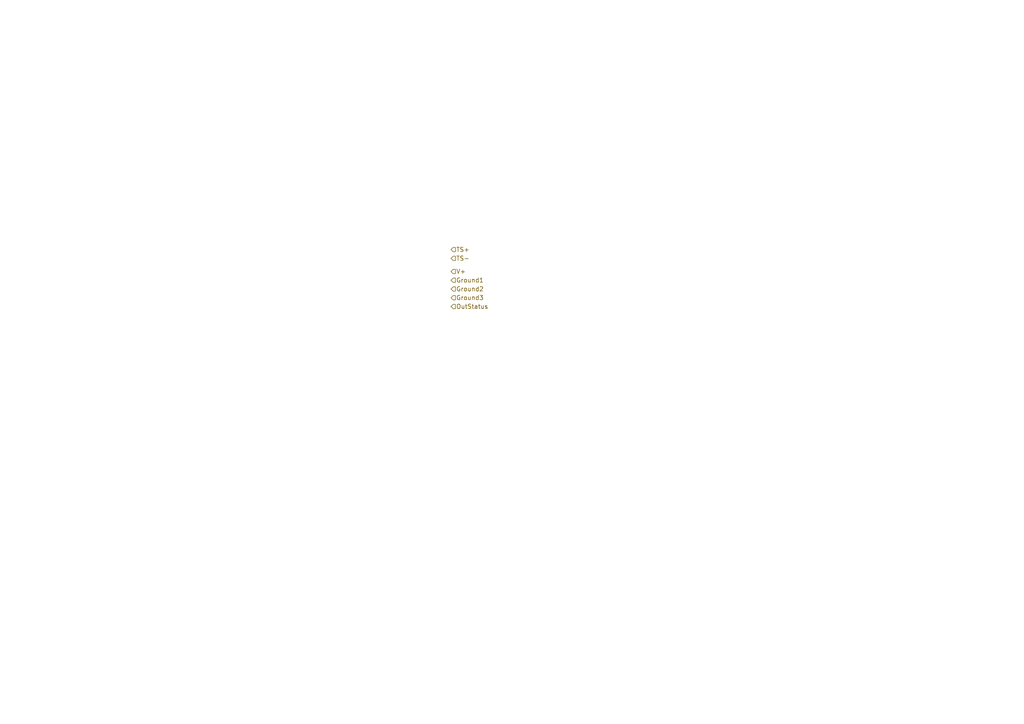
<source format=kicad_sch>
(kicad_sch
	(version 20231120)
	(generator "eeschema")
	(generator_version "8.0")
	(uuid "6a7be538-3a18-45e2-8b9b-62007d3021c6")
	(paper "A4")
	(lib_symbols)
	(hierarchical_label "OutStatus"
		(shape input)
		(at 130.81 88.9 0)
		(fields_autoplaced yes)
		(effects
			(font
				(size 1.27 1.27)
			)
			(justify left)
		)
		(uuid "3778886d-de44-4c8f-9a6f-876cee7e557f")
	)
	(hierarchical_label "Ground2"
		(shape input)
		(at 130.81 83.82 0)
		(fields_autoplaced yes)
		(effects
			(font
				(size 1.27 1.27)
			)
			(justify left)
		)
		(uuid "4bfab39f-07e5-444b-bcf9-eab281236117")
	)
	(hierarchical_label "TS+"
		(shape input)
		(at 130.81 72.39 0)
		(fields_autoplaced yes)
		(effects
			(font
				(size 1.27 1.27)
			)
			(justify left)
		)
		(uuid "8ae6beb0-c410-4c55-91bf-ce9cc07edd9c")
	)
	(hierarchical_label "Ground3"
		(shape input)
		(at 130.81 86.36 0)
		(fields_autoplaced yes)
		(effects
			(font
				(size 1.27 1.27)
			)
			(justify left)
		)
		(uuid "b46b368b-7cfc-4f47-9a49-3796b2336d3f")
	)
	(hierarchical_label "TS-"
		(shape input)
		(at 130.81 74.93 0)
		(fields_autoplaced yes)
		(effects
			(font
				(size 1.27 1.27)
			)
			(justify left)
		)
		(uuid "c5dc6aaa-3290-46c6-86bc-c5789010e13c")
	)
	(hierarchical_label "Ground1"
		(shape input)
		(at 130.81 81.28 0)
		(fields_autoplaced yes)
		(effects
			(font
				(size 1.27 1.27)
			)
			(justify left)
		)
		(uuid "d75ee0eb-3fb8-44b7-a81e-78cc84baf316")
	)
	(hierarchical_label "V+"
		(shape input)
		(at 130.81 78.74 0)
		(fields_autoplaced yes)
		(effects
			(font
				(size 1.27 1.27)
			)
			(justify left)
		)
		(uuid "f52d70e5-124f-4858-95ee-95974bcc5310")
	)
)
</source>
